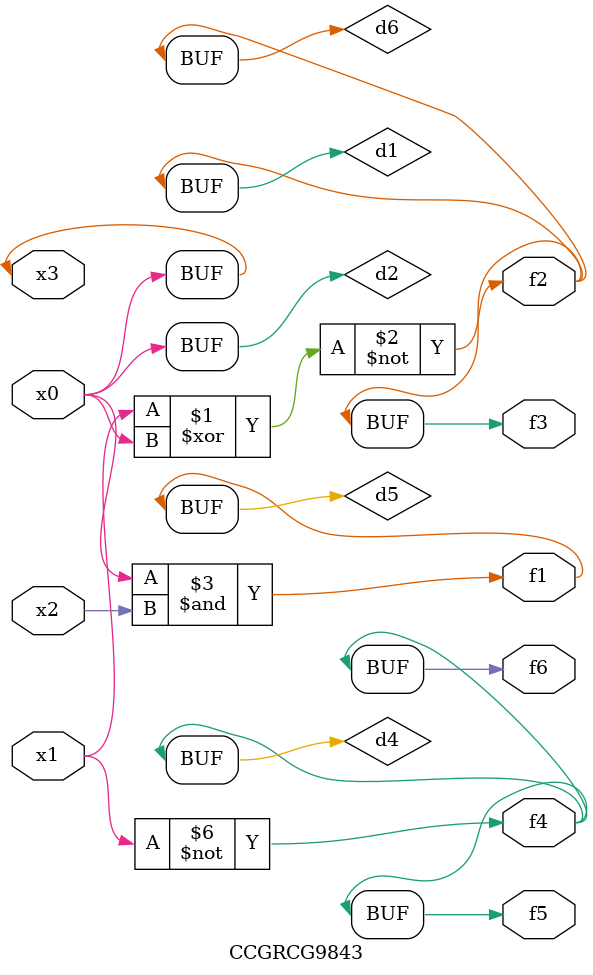
<source format=v>
module CCGRCG9843(
	input x0, x1, x2, x3,
	output f1, f2, f3, f4, f5, f6
);

	wire d1, d2, d3, d4, d5, d6;

	xnor (d1, x1, x3);
	buf (d2, x0, x3);
	nand (d3, x0, x2);
	not (d4, x1);
	nand (d5, d3);
	or (d6, d1);
	assign f1 = d5;
	assign f2 = d6;
	assign f3 = d6;
	assign f4 = d4;
	assign f5 = d4;
	assign f6 = d4;
endmodule

</source>
